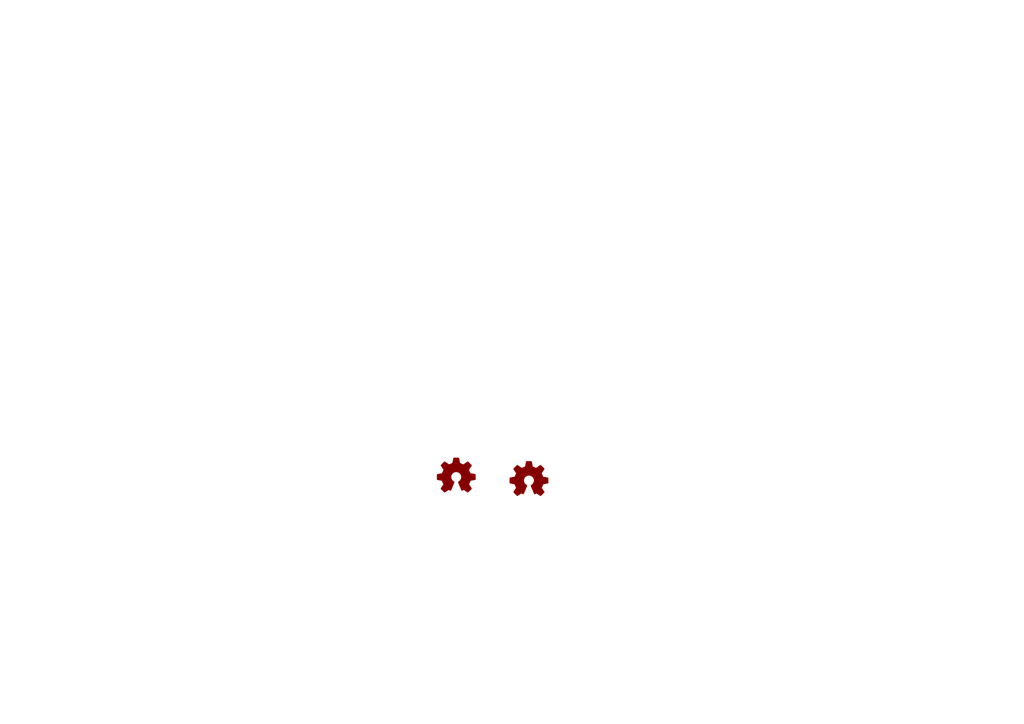
<source format=kicad_sch>
(kicad_sch (version 20231120) (generator "eeschema") (generator_version "8.0")
  (paper "A4")
  (title_block (title "VOID MCU Cover") (date "2024-11-18") (rev "0.5.9") (company "Allen Choi"))
  (lib_symbols
    (symbol "Graphic:Logo_Open_Hardware_Small" (in_bom no) (on_board no)
      (symbol "Logo_Open_Hardware_Small_0_1"
        (polyline (pts (xy 3.3528 -4.3434) (xy 3.302 -4.318) (xy 3.175 -4.2418) (xy 2.9972 -4.1148) (xy 2.7686 -3.9624) (xy 2.54 -3.81) (xy 2.3622 -3.7084) (xy 2.2352 -3.6068) (xy 2.1844 -3.5814) (xy 2.159 -3.6068) (xy 2.0574 -3.6576) (xy 1.905 -3.7338) (xy 1.8034 -3.7846) (xy 1.6764 -3.8354) (xy 1.6002 -3.8354) (xy 1.6002 -3.8354) (xy 1.5494 -3.7338) (xy 1.4732 -3.5306) (xy 1.3462 -3.302) (xy 1.2446 -3.0226) (xy 1.1176 -2.7178) (xy 0.9652 -2.413) (xy 0.8636 -2.1082) (xy 0.7366 -1.8288) (xy 0.6604 -1.6256) (xy 0.6096 -1.4732) (xy 0.5842 -1.397) (xy 0.5842 -1.397) (xy 0.6604 -1.3208) (xy 0.7874 -1.2446) (xy 1.0414 -1.016) (xy 1.2954 -0.6858) (xy 1.4478 -0.3302) (xy 1.524 0.0762) (xy 1.4732 0.4572) (xy 1.3208 0.8128) (xy 1.0668 1.143) (xy 0.762 1.3716) (xy 0.4064 1.524) (xy 0 1.5748) (xy -0.381 1.5494) (xy -0.7366 1.397) (xy -1.0668 1.143) (xy -1.2192 0.9906) (xy -1.397 0.6604) (xy -1.524 0.3048) (xy -1.524 0.2286) (xy -1.4986 -0.1778) (xy -1.397 -0.5334) (xy -1.1938 -0.8636) (xy -0.9144 -1.143) (xy -0.8636 -1.1684) (xy -0.7366 -1.27) (xy -0.635 -1.3462) (xy -0.5842 -1.397) (xy -1.0668 -2.5908) (xy -1.143 -2.794) (xy -1.2954 -3.1242) (xy -1.397 -3.4036) (xy -1.4986 -3.6322) (xy -1.5748 -3.7846) (xy -1.6002 -3.8354) (xy -1.6002 -3.8354) (xy -1.651 -3.8354) (xy -1.7272 -3.81) (xy -1.905 -3.7338) (xy -2.0066 -3.683) (xy -2.1336 -3.6068) (xy -2.2098 -3.5814) (xy -2.2606 -3.6068) (xy -2.3622 -3.683) (xy -2.54 -3.81) (xy -2.7686 -3.9624) (xy -2.9718 -4.0894) (xy -3.1496 -4.2164) (xy -3.302 -4.318) (xy -3.3528 -4.3434) (xy -3.3782 -4.3434) (xy -3.429 -4.318) (xy -3.5306 -4.2164) (xy -3.7084 -4.064) (xy -3.937 -3.8354) (xy -3.9624 -3.81) (xy -4.1656 -3.6068) (xy -4.318 -3.4544) (xy -4.4196 -3.3274) (xy -4.445 -3.2766) (xy -4.445 -3.2766) (xy -4.4196 -3.2258) (xy -4.318 -3.0734) (xy -4.2164 -2.8956) (xy -4.064 -2.667) (xy -3.6576 -2.0828) (xy -3.8862 -1.5494) (xy -3.937 -1.3716) (xy -4.0386 -1.1684) (xy -4.0894 -1.0414) (xy -4.1148 -0.9652) (xy -4.191 -0.9398) (xy -4.318 -0.9144) (xy -4.5466 -0.8636) (xy -4.8006 -0.8128) (xy -5.0546 -0.7874) (xy -5.2578 -0.7366) (xy -5.4356 -0.7112) (xy -5.5118 -0.6858) (xy -5.5118 -0.6858) (xy -5.5372 -0.635) (xy -5.5372 -0.5588) (xy -5.5372 -0.4318) (xy -5.5626 -0.2286) (xy -5.5626 0.0762) (xy -5.5626 0.127) (xy -5.5372 0.4064) (xy -5.5372 0.635) (xy -5.5372 0.762) (xy -5.5372 0.8382) (xy -5.5372 0.8382) (xy -5.461 0.8382) (xy -5.3086 0.889) (xy -5.08 0.9144) (xy -4.826 0.9652) (xy -4.8006 0.9906) (xy -4.5466 1.0414) (xy -4.318 1.0668) (xy -4.1656 1.1176) (xy -4.0894 1.143) (xy -4.0894 1.143) (xy -4.0386 1.2446) (xy -3.9624 1.4224) (xy -3.8608 1.6256) (xy -3.7846 1.8288) (xy -3.7084 2.0066) (xy -3.6576 2.159) (xy -3.6322 2.2098) (xy -3.6322 2.2098) (xy -3.683 2.286) (xy -3.7592 2.413) (xy -3.8862 2.5908) (xy -4.064 2.8194) (xy -4.064 2.8448) (xy -4.2164 3.0734) (xy -4.3434 3.2512) (xy -4.4196 3.3782) (xy -4.445 3.4544) (xy -4.445 3.4544) (xy -4.3942 3.5052) (xy -4.2926 3.6322) (xy -4.1148 3.81) (xy -3.937 4.0132) (xy -3.8608 4.064) (xy -3.6576 4.2926) (xy -3.5052 4.4196) (xy -3.4036 4.4958) (xy -3.3528 4.5212) (xy -3.3528 4.5212) (xy -3.302 4.4704) (xy -3.1496 4.3688) (xy -2.9718 4.2418) (xy -2.7432 4.0894) (xy -2.7178 4.0894) (xy -2.4892 3.937) (xy -2.3114 3.81) (xy -2.1844 3.7084) (xy -2.1336 3.683) (xy -2.1082 3.683) (xy -2.032 3.7084) (xy -1.8542 3.7592) (xy -1.6764 3.8354) (xy -1.4732 3.937) (xy -1.27 4.0132) (xy -1.143 4.064) (xy -1.0668 4.1148) (xy -1.0668 4.1148) (xy -1.0414 4.191) (xy -1.016 4.3434) (xy -0.9652 4.572) (xy -0.9144 4.8514) (xy -0.889 4.9022) (xy -0.8382 5.1562) (xy -0.8128 5.3848) (xy -0.7874 5.5372) (xy -0.762 5.588) (xy -0.7112 5.6134) (xy -0.5842 5.6134) (xy -0.4064 5.6134) (xy -0.1524 5.6134) (xy 0.0762 5.6134) (xy 0.3302 5.6134) (xy 0.5334 5.6134) (xy 0.6858 5.588) (xy 0.7366 5.588) (xy 0.7366 5.588) (xy 0.762 5.5118) (xy 0.8128 5.334) (xy 0.8382 5.1054) (xy 0.9144 4.826) (xy 0.9144 4.7752) (xy 0.9652 4.5212) (xy 1.016 4.2926) (xy 1.0414 4.1402) (xy 1.0668 4.0894) (xy 1.0668 4.0894) (xy 1.1938 4.0386) (xy 1.3716 3.9624) (xy 1.5748 3.8608) (xy 2.0828 3.6576) (xy 2.7178 4.0894) (xy 2.7686 4.1402) (xy 2.9972 4.2926) (xy 3.175 4.4196) (xy 3.302 4.4958) (xy 3.3782 4.5212) (xy 3.3782 4.5212) (xy 3.429 4.4704) (xy 3.556 4.3434) (xy 3.7338 4.191) (xy 3.9116 3.9878) (xy 4.064 3.8354) (xy 4.2418 3.6576) (xy 4.3434 3.556) (xy 4.4196 3.4798) (xy 4.4196 3.429) (xy 4.4196 3.4036) (xy 4.3942 3.3274) (xy 4.2926 3.2004) (xy 4.1656 2.9972) (xy 4.0132 2.794) (xy 3.8862 2.5908) (xy 3.7592 2.3876) (xy 3.6576 2.2352) (xy 3.6322 2.159) (xy 3.6322 2.1336) (xy 3.683 2.0066) (xy 3.7592 1.8288) (xy 3.8608 1.6002) (xy 4.064 1.1176) (xy 4.3942 1.0414) (xy 4.5974 1.016) (xy 4.8768 0.9652) (xy 5.1308 0.9144) (xy 5.5372 0.8382) (xy 5.5626 -0.6604) (xy 5.4864 -0.6858) (xy 5.4356 -0.6858) (xy 5.2832 -0.7366) (xy 5.0546 -0.762) (xy 4.8006 -0.8128) (xy 4.5974 -0.8636) (xy 4.3688 -0.9144) (xy 4.2164 -0.9398) (xy 4.1402 -0.9398) (xy 4.1148 -0.9652) (xy 4.064 -1.0668) (xy 3.9878 -1.2446) (xy 3.9116 -1.4478) (xy 3.81 -1.651) (xy 3.7338 -1.8542) (xy 3.683 -2.0066) (xy 3.6576 -2.0828) (xy 3.683 -2.1336) (xy 3.7846 -2.2606) (xy 3.8862 -2.4638) (xy 4.0386 -2.667) (xy 4.191 -2.8956) (xy 4.318 -3.0734) (xy 4.3942 -3.2004) (xy 4.445 -3.2766) (xy 4.4196 -3.3274) (xy 4.3434 -3.429) (xy 4.1656 -3.5814) (xy 3.937 -3.8354) (xy 3.8862 -3.8608) (xy 3.683 -4.064) (xy 3.5306 -4.2164) (xy 3.4036 -4.318) (xy 3.3528 -4.3434)) (fill (type outline)))
      )
    )
  )
  (symbol (lib_id "Graphic:Logo_Open_Hardware_Small") (at 132.334 138.43 0) (unit 1) (exclude_from_sim yes) (in_bom no) (on_board no)
    (property "Reference" "LOGO1" (effects (hide yes)))
    (property "Value" "Logo_Open_Hardware_Small" (effects (hide yes)))
    (property "Footprint" "TB2086_MISC:utility_ergogen_logo_rev" (effects (hide yes)))
    (property "Description" "Open Hardware logo, small" (effects (hide yes)))
  )
  (symbol (lib_id "Graphic:Logo_Open_Hardware_Small") (at 153.416 139.446 0) (unit 1) (exclude_from_sim yes) (in_bom no) (on_board no)
    (property "Reference" "#SYM1" (effects (hide yes)))
    (property "Value" "Logo_Open_Hardware_Small" (effects (hide yes)))
    (property "Footprint" "TB2086_MISC:OSHW-Logo_5.7x6mm_SilkScreen_rev" (effects (hide yes)))
    (property "Description" "Open Hardware logo, small" (effects (hide yes)))
  )
)
</source>
